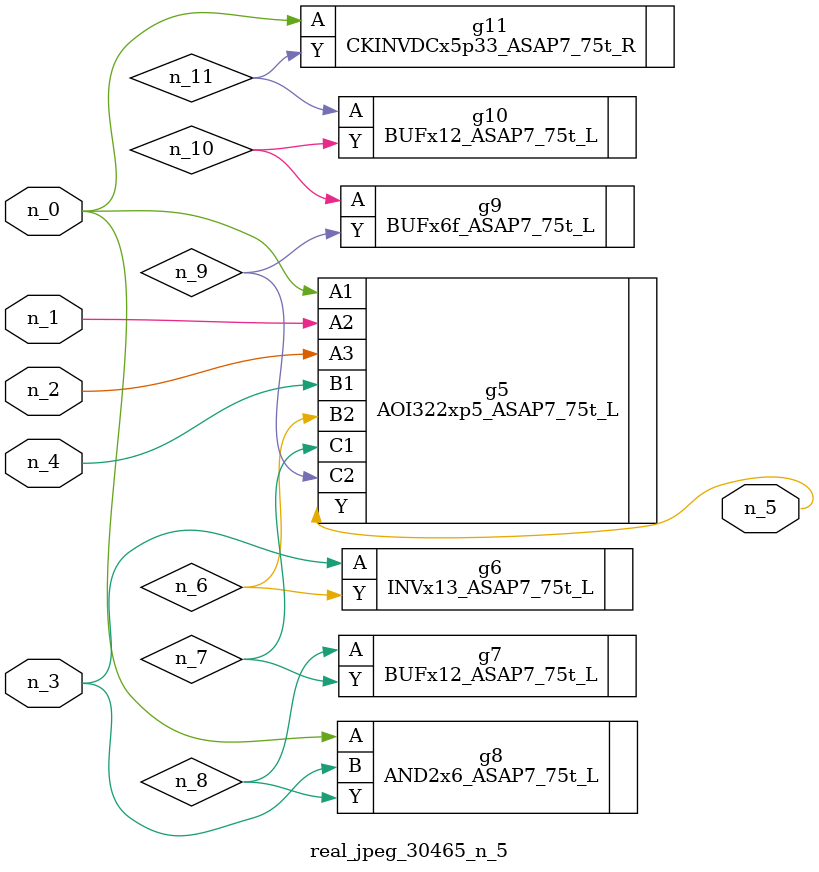
<source format=v>
module real_jpeg_30465_n_5 (n_4, n_0, n_1, n_2, n_3, n_5);

input n_4;
input n_0;
input n_1;
input n_2;
input n_3;

output n_5;

wire n_8;
wire n_11;
wire n_6;
wire n_7;
wire n_10;
wire n_9;

AOI322xp5_ASAP7_75t_L g5 ( 
.A1(n_0),
.A2(n_1),
.A3(n_2),
.B1(n_4),
.B2(n_6),
.C1(n_7),
.C2(n_9),
.Y(n_5)
);

AND2x6_ASAP7_75t_L g8 ( 
.A(n_0),
.B(n_3),
.Y(n_8)
);

CKINVDCx5p33_ASAP7_75t_R g11 ( 
.A(n_0),
.Y(n_11)
);

INVx13_ASAP7_75t_L g6 ( 
.A(n_3),
.Y(n_6)
);

BUFx12_ASAP7_75t_L g7 ( 
.A(n_8),
.Y(n_7)
);

BUFx6f_ASAP7_75t_L g9 ( 
.A(n_10),
.Y(n_9)
);

BUFx12_ASAP7_75t_L g10 ( 
.A(n_11),
.Y(n_10)
);


endmodule
</source>
